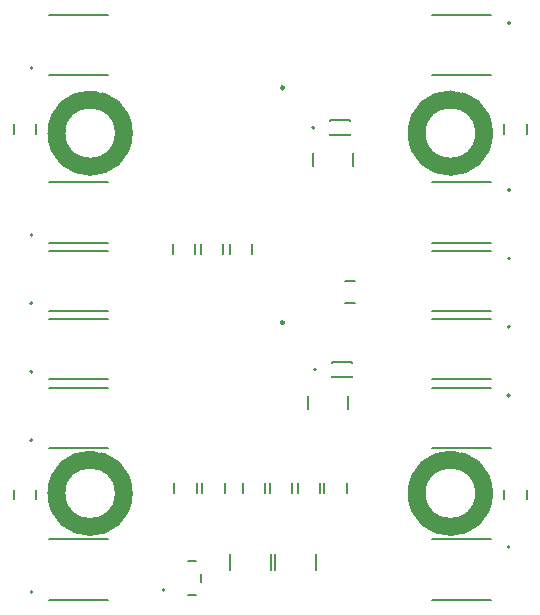
<source format=gbr>
%TF.GenerationSoftware,Altium Limited,Altium Designer,20.2.3 (150)*%
G04 Layer_Color=32896*
%FSLAX26Y26*%
%MOIN*%
%TF.SameCoordinates,1E0D65CC-F0FE-4DFC-A0D5-6D9DD74121E6*%
%TF.FilePolarity,Positive*%
%TF.FileFunction,Legend,Bot*%
%TF.Part,Single*%
G01*
G75*
%TA.AperFunction,NonConductor*%
%ADD54C,0.009842*%
%ADD55C,0.007874*%
%ADD56C,0.059055*%
%ADD57C,0.005000*%
%ADD58C,0.006000*%
D54*
X1214480Y1150795D02*
G03*
X1214480Y1150795I-4921J0D01*
G01*
Y1932622D02*
G03*
X1214480Y1932622I-4921J0D01*
G01*
D55*
X1316386Y1800000D02*
G03*
X1316386Y1800000I-3937J0D01*
G01*
X376725Y1442197D02*
G03*
X376725Y1442197I-3937J0D01*
G01*
Y1214197D02*
G03*
X376725Y1214197I-3937J0D01*
G01*
Y1999197D02*
G03*
X376725Y1999197I-3937J0D01*
G01*
X1968417Y1363803D02*
G03*
X1968417Y1363803I-3937J0D01*
G01*
Y1591803D02*
G03*
X1968417Y1591803I-3937J0D01*
G01*
Y2148803D02*
G03*
X1968417Y2148803I-3937J0D01*
G01*
X1322386Y993000D02*
G03*
X1322386Y993000I-3937J0D01*
G01*
X376803Y986197D02*
G03*
X376803Y986197I-3937J0D01*
G01*
X376725Y757197D02*
G03*
X376725Y757197I-3937J0D01*
G01*
Y252197D02*
G03*
X376725Y252197I-3937J0D01*
G01*
X1967417Y906803D02*
G03*
X1967417Y906803I-3937J0D01*
G01*
X1968417Y1135803D02*
G03*
X1968417Y1135803I-3937J0D01*
G01*
X1967417Y401803D02*
G03*
X1967417Y401803I-3937J0D01*
G01*
X817055Y257661D02*
G03*
X817055Y257661I-3937J0D01*
G01*
D56*
X1881635Y1781606D02*
G03*
X1881635Y1781606I-112222J0D01*
G01*
X680823Y1781617D02*
G03*
X680823Y1781617I-112222J0D01*
G01*
X680639Y580957D02*
G03*
X680639Y580957I-112222J0D01*
G01*
X1881639D02*
G03*
X1881639Y580957I-112222J0D01*
G01*
D57*
X1108402Y1379465D02*
Y1412535D01*
X1033598Y1379465D02*
Y1412535D01*
X849598Y581465D02*
Y614535D01*
X924402Y581465D02*
Y614535D01*
X1012402Y1379465D02*
Y1412535D01*
X937598Y1379465D02*
Y1412535D01*
X918402Y1379465D02*
Y1412535D01*
X843598Y1379465D02*
Y1412535D01*
X942598Y581465D02*
Y614535D01*
X1017402Y581465D02*
Y614535D01*
X1076598Y581465D02*
Y614535D01*
X1151402Y581465D02*
Y614535D01*
X1167598Y581465D02*
Y614535D01*
X1242402Y581465D02*
Y614535D01*
X1261598Y581465D02*
Y614535D01*
X1336402Y581465D02*
Y614535D01*
X1349598Y581465D02*
Y614535D01*
X1424402Y581465D02*
Y614535D01*
X1418465Y1213598D02*
X1451535D01*
X1418465Y1288402D02*
X1451535D01*
X313598Y1777465D02*
Y1810535D01*
X388402Y1777465D02*
Y1810535D01*
X1949598Y1777465D02*
Y1810535D01*
X2024402Y1777465D02*
Y1810535D01*
X1949598Y560465D02*
Y593535D01*
X2024402Y560465D02*
Y593535D01*
X313598Y560465D02*
Y593535D01*
X388402Y560465D02*
Y593535D01*
X1369535Y1824606D02*
X1436465D01*
X1369535Y1775394D02*
X1436465D01*
Y1822441D02*
Y1824606D01*
Y1775394D02*
Y1777559D01*
X1369535Y1822441D02*
Y1824606D01*
Y1775394D02*
Y1777559D01*
X431843Y1617394D02*
X628693D01*
X431843Y1416606D02*
X628693D01*
X431843Y1389394D02*
X628693D01*
X431843Y1188606D02*
X628693D01*
X431843Y2174394D02*
X628693D01*
X431843Y1973606D02*
X628693D01*
X1708575Y1188606D02*
X1905425D01*
X1708575Y1389394D02*
X1905425D01*
X1708575Y1416606D02*
X1905425D01*
X1708575Y1617394D02*
X1905425D01*
X1708575Y1973606D02*
X1905425D01*
X1708575Y2174394D02*
X1905425D01*
X1375535Y1017606D02*
X1442465D01*
X1375535Y968394D02*
X1442465D01*
Y1015441D02*
Y1017606D01*
Y968394D02*
Y970559D01*
X1375535Y1015441D02*
Y1017606D01*
Y968394D02*
Y970559D01*
X431921Y1161394D02*
X628772D01*
X431921Y960606D02*
X628772D01*
X431843Y932394D02*
X628693D01*
X431843Y731606D02*
X628693D01*
X431843Y427394D02*
X628693D01*
X431843Y226606D02*
X628693D01*
X1707575Y932394D02*
X1904425D01*
X1707575Y731606D02*
X1904425D01*
X1708575Y1161394D02*
X1905425D01*
X1708575Y960606D02*
X1905425D01*
X1707575Y427394D02*
X1904425D01*
X1707575Y226606D02*
X1904425D01*
X895008Y241913D02*
X920992D01*
X939496Y285811D02*
Y312189D01*
X895008Y356087D02*
X920992D01*
X1322110Y324441D02*
Y379559D01*
X1185890Y324441D02*
Y379559D01*
X1172110Y324441D02*
Y379559D01*
X1035890Y324441D02*
Y379559D01*
D58*
X1312000Y1671116D02*
Y1714884D01*
X1444000Y1671116D02*
Y1714884D01*
X1296000Y863116D02*
Y906884D01*
X1428000Y863116D02*
Y906884D01*
%TF.MD5,70ece645f4c933efc619889580906c39*%
M02*

</source>
